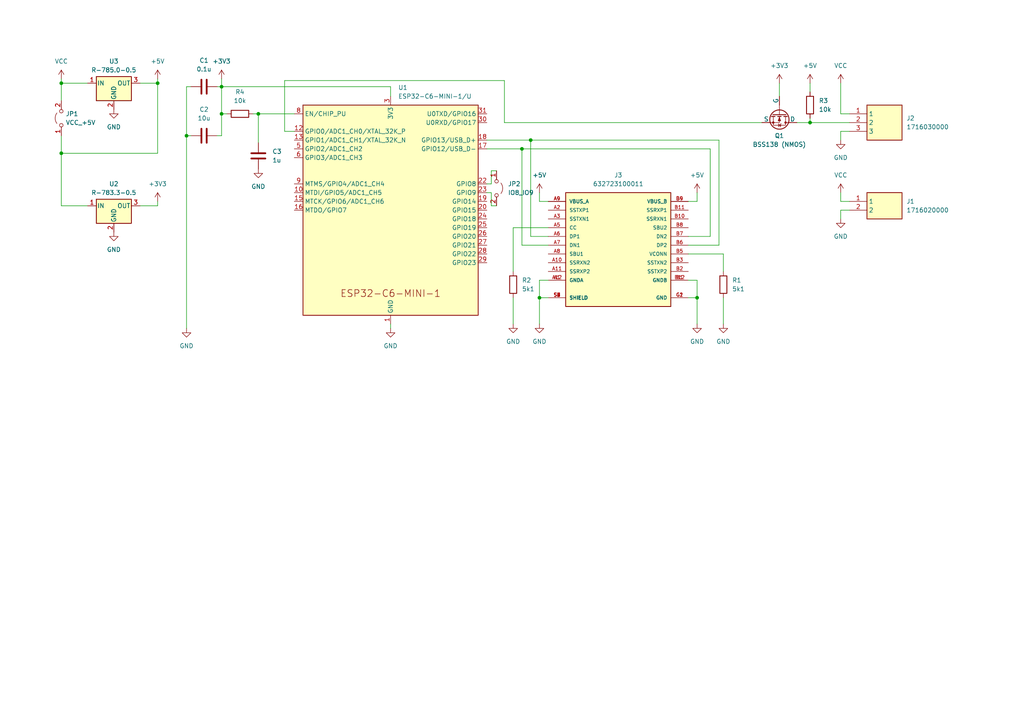
<source format=kicad_sch>
(kicad_sch (version 20230121) (generator eeschema)
  (paper "A4")
  (lib_symbols
    (symbol "632723100011:632723100011" (pin_names (offset 1.016))
      (property "Reference" "J" (at -15.24 16.51 0))
      (property "Value" "632723100011" (at -15.24 -19.05 0))
      (symbol "632723100011_0_0"
        (rectangle (start -15.24 -17.78) (end 15.24 15.24) (stroke (width 0.254)) (fill (type background)))
        (pin power_in line (at -20.32 -10.16 0) (length 5.08) (name "GNDA") (number "A1"))
        (pin bidirectional line (at -20.32 -5.08 0) (length 5.08) (name "SSRXN2") (number "A10"))
        (pin bidirectional line (at -20.32 -7.62 0) (length 5.08) (name "SSRXP2") (number "A11"))
        (pin power_in line (at -20.32 -10.16 0) (length 5.08) (name "GNDA") (number "A12"))
        (pin bidirectional line (at -20.32 10.16 0) (length 5.08) (name "SSTXP1") (number "A2"))
        (pin bidirectional line (at -20.32 7.62 0) (length 5.08) (name "SSTXN1") (number "A3"))
        (pin power_in line (at -20.32 12.7 0) (length 5.08) (name "VBUS_A") (number "A4"))
        (pin bidirectional line (at -20.32 5.08 0) (length 5.08) (name "CC") (number "A5"))
        (pin bidirectional line (at -20.32 2.54 0) (length 5.08) (name "DP1") (number "A6"))
        (pin bidirectional line (at -20.32 0 0) (length 5.08) (name "DN1") (number "A7"))
        (pin bidirectional line (at -20.32 -2.54 0) (length 5.08) (name "SBU1") (number "A8"))
        (pin power_in line (at -20.32 12.7 0) (length 5.08) (name "VBUS_A") (number "A9"))
        (pin power_in line (at 20.32 -10.16 180) (length 5.08) (name "GNDB") (number "B1"))
        (pin bidirectional line (at 20.32 7.62 180) (length 5.08) (name "SSRXN1") (number "B10"))
        (pin bidirectional line (at 20.32 10.16 180) (length 5.08) (name "SSRXP1") (number "B11"))
        (pin power_in line (at 20.32 -10.16 180) (length 5.08) (name "GNDB") (number "B12"))
        (pin bidirectional line (at 20.32 -7.62 180) (length 5.08) (name "SSTXP2") (number "B2"))
        (pin bidirectional line (at 20.32 -5.08 180) (length 5.08) (name "SSTXN2") (number "B3"))
        (pin power_in line (at 20.32 12.7 180) (length 5.08) (name "VBUS_B") (number "B4"))
        (pin bidirectional line (at 20.32 -2.54 180) (length 5.08) (name "VCONN") (number "B5"))
        (pin bidirectional line (at 20.32 0 180) (length 5.08) (name "DP2") (number "B6"))
        (pin bidirectional line (at 20.32 2.54 180) (length 5.08) (name "DN2") (number "B7"))
        (pin bidirectional line (at 20.32 5.08 180) (length 5.08) (name "SBU2") (number "B8"))
        (pin power_in line (at 20.32 12.7 180) (length 5.08) (name "VBUS_B") (number "B9"))
        (pin power_in line (at 20.32 -15.24 180) (length 5.08) (name "GND") (number "G1"))
        (pin power_in line (at 20.32 -15.24 180) (length 5.08) (name "GND") (number "G2"))
        (pin passive line (at -20.32 -15.24 0) (length 5.08) (name "SHIELD") (number "S1"))
        (pin passive line (at -20.32 -15.24 0) (length 5.08) (name "SHIELD") (number "S2"))
        (pin passive line (at -20.32 -15.24 0) (length 5.08) (name "SHIELD") (number "S3"))
        (pin passive line (at -20.32 -15.24 0) (length 5.08) (name "SHIELD") (number "S4"))
        (pin passive line (at -20.32 -15.24 0) (length 5.08) (name "SHIELD") (number "S5"))
        (pin passive line (at -20.32 -15.24 0) (length 5.08) (name "SHIELD") (number "S6"))
      )
    )
    (symbol "Device:C" (pin_numbers hide) (pin_names (offset 0.254))
      (property "Reference" "C" (at 0.635 2.54 0))
      (property "Value" "C" (at 0.635 -2.54 0))
      (symbol "C_0_1"
        (polyline (pts (xy -2.032 -0.762) (xy 2.032 -0.762)) (stroke (width 0.508)))
        (polyline (pts (xy -2.032 0.762) (xy 2.032 0.762)) (stroke (width 0.508)))
      )
      (symbol "C_1_1"
        (pin passive line (at 0 3.81 270) (length 2.794) (name "~") (number "1"))
        (pin passive line (at 0 -3.81 90) (length 2.794) (name "~") (number "2"))
      )
    )
    (symbol "Device:R" (pin_numbers hide) (pin_names (offset 0))
      (property "Reference" "R" (at 2.032 0 90))
      (property "Value" "R" (at 0 0 90))
      (symbol "R_0_1"
        (rectangle (start -1.016 -2.54) (end 1.016 2.54) (stroke (width 0.254)))
      )
      (symbol "R_1_1"
        (pin passive line (at 0 3.81 270) (length 1.27) (name "~") (number "1"))
        (pin passive line (at 0 -3.81 90) (length 1.27) (name "~") (number "2"))
      )
    )
    (symbol "Jumper:Jumper_2_Open" (pin_names (offset 0) hide)
      (property "Reference" "JP" (at 0 2.794 0))
      (property "Value" "Jumper_2_Open" (at 0 -2.286 0))
      (symbol "Jumper_2_Open_0_0"
        (circle (center -2.032 0) (radius 0.508))
        (circle (center 2.032 0) (radius 0.508))
      )
      (symbol "Jumper_2_Open_0_1"
        (arc (start 1.524 1.27) (mid 0 1.778) (end -1.524 1.27))
      )
      (symbol "Jumper_2_Open_1_1"
        (pin passive line (at -5.08 0 0) (length 2.54) (name "A") (number "1"))
        (pin passive line (at 5.08 0 180) (length 2.54) (name "B") (number "2"))
      )
    )
    (symbol "PCM_Espressif:ESP32-C6-MINI-1/U"
      (property "Reference" "U" (at -25.4 35.56 0))
      (property "Value" "ESP32-C6-MINI-1/U" (at -25.4 33.02 0))
      (symbol "ESP32-C6-MINI-1/U_0_0"
        (text "ESP32-C6-MINI-1" (at 0 -24.13 0) (effects (font (size 2 2))))
      )
      (symbol "ESP32-C6-MINI-1/U_0_1"
        (rectangle (start -25.4 30.48) (end 25.4 -30.48) (stroke (width 0.254)) (fill (type background)))
      )
      (symbol "ESP32-C6-MINI-1/U_1_1"
        (pin power_in line (at 0 -33.02 90) (length 2.54) (name "GND") (number "1"))
        (pin bidirectional line (at -27.94 5.08 0) (length 2.54) (name "MTDI/GPIO5/ADC1_CH5") (number "10"))
        (pin passive line (at 0 -33.02 90) (length 2.54) hide (name "GND") (number "11"))
        (pin bidirectional line (at -27.94 22.86 0) (length 2.54) (name "GPIO0/ADC1_CH0/XTAL_32K_P") (number "12"))
        (pin bidirectional line (at -27.94 20.32 0) (length 2.54) (name "GPIO1/ADC1_CH1/XTAL_32K_N") (number "13"))
        (pin passive line (at 0 -33.02 90) (length 2.54) hide (name "GND") (number "14"))
        (pin bidirectional line (at -27.94 2.54 0) (length 2.54) (name "MTCK/GPIO6/ADC1_CH6") (number "15"))
        (pin bidirectional line (at -27.94 0 0) (length 2.54) (name "MTDO/GPIO7") (number "16"))
        (pin bidirectional line (at 27.94 17.78 180) (length 2.54) (name "GPIO12/USB_D-") (number "17"))
        (pin bidirectional line (at 27.94 20.32 180) (length 2.54) (name "GPIO13/USB_D+") (number "18"))
        (pin bidirectional line (at 27.94 2.54 180) (length 2.54) (name "GPIO14") (number "19"))
        (pin passive line (at 0 -33.02 90) (length 2.54) hide (name "GND") (number "2"))
        (pin bidirectional line (at 27.94 0 180) (length 2.54) (name "GPIO15") (number "20"))
        (pin no_connect line (at -25.4 -10.16 0) (length 2.54) hide (name "NC") (number "21"))
        (pin bidirectional line (at 27.94 7.62 180) (length 2.54) (name "GPIO8") (number "22"))
        (pin bidirectional line (at 27.94 5.08 180) (length 2.54) (name "GPIO9") (number "23"))
        (pin bidirectional line (at 27.94 -2.54 180) (length 2.54) (name "GPIO18") (number "24"))
        (pin bidirectional line (at 27.94 -5.08 180) (length 2.54) (name "GPIO19") (number "25"))
        (pin bidirectional line (at 27.94 -7.62 180) (length 2.54) (name "GPIO20") (number "26"))
        (pin bidirectional line (at 27.94 -10.16 180) (length 2.54) (name "GPIO21") (number "27"))
        (pin bidirectional line (at 27.94 -12.7 180) (length 2.54) (name "GPIO22") (number "28"))
        (pin bidirectional line (at 27.94 -15.24 180) (length 2.54) (name "GPIO23") (number "29"))
        (pin power_in line (at 0 33.02 270) (length 2.54) (name "3V3") (number "3"))
        (pin bidirectional line (at 27.94 25.4 180) (length 2.54) (name "U0RXD/GPIO17") (number "30"))
        (pin bidirectional line (at 27.94 27.94 180) (length 2.54) (name "U0TXD/GPIO16") (number "31"))
        (pin no_connect line (at -25.4 -12.7 0) (length 2.54) hide (name "NC") (number "32"))
        (pin no_connect line (at -25.4 -15.24 0) (length 2.54) hide (name "NC") (number "33"))
        (pin no_connect line (at -25.4 -17.78 0) (length 2.54) hide (name "NC") (number "34"))
        (pin no_connect line (at -25.4 -20.32 0) (length 2.54) hide (name "NC") (number "35"))
        (pin passive line (at 0 -33.02 90) (length 2.54) hide (name "GND") (number "36"))
        (pin passive line (at 0 -33.02 90) (length 2.54) hide (name "GND") (number "37"))
        (pin passive line (at 0 -33.02 90) (length 2.54) hide (name "GND") (number "38"))
        (pin passive line (at 0 -33.02 90) (length 2.54) hide (name "GND") (number "39"))
        (pin no_connect line (at -25.4 -5.08 0) (length 2.54) hide (name "NC") (number "4"))
        (pin passive line (at 0 -33.02 90) (length 2.54) hide (name "GND") (number "40"))
        (pin passive line (at 0 -33.02 90) (length 2.54) hide (name "GND") (number "41"))
        (pin passive line (at 0 -33.02 90) (length 2.54) hide (name "GND") (number "42"))
        (pin passive line (at 0 -33.02 90) (length 2.54) hide (name "GND") (number "43"))
        (pin passive line (at 0 -33.02 90) (length 2.54) hide (name "GND") (number "44"))
        (pin passive line (at 0 -33.02 90) (length 2.54) hide (name "GND") (number "45"))
        (pin passive line (at 0 -33.02 90) (length 2.54) hide (name "GND") (number "46"))
        (pin passive line (at 0 -33.02 90) (length 2.54) hide (name "GND") (number "47"))
        (pin passive line (at 0 -33.02 90) (length 2.54) hide (name "GND") (number "48"))
        (pin passive line (at 0 -33.02 90) (length 2.54) hide (name "GND") (number "49"))
        (pin bidirectional line (at -27.94 17.78 0) (length 2.54) (name "GPIO2/ADC1_CH2") (number "5"))
        (pin passive line (at 0 -33.02 90) (length 2.54) hide (name "GND") (number "50"))
        (pin passive line (at 0 -33.02 90) (length 2.54) hide (name "GND") (number "51"))
        (pin passive line (at 0 -33.02 90) (length 2.54) hide (name "GND") (number "52"))
        (pin passive line (at 0 -33.02 90) (length 2.54) hide (name "GND") (number "53"))
        (pin bidirectional line (at -27.94 15.24 0) (length 2.54) (name "GPIO3/ADC1_CH3") (number "6"))
        (pin no_connect line (at -25.4 -7.62 0) (length 2.54) hide (name "NC") (number "7"))
        (pin input line (at -27.94 27.94 0) (length 2.54) (name "EN/CHIP_PU") (number "8"))
        (pin bidirectional line (at -27.94 7.62 0) (length 2.54) (name "MTMS/GPIO4/ADC1_CH4") (number "9"))
      )
    )
    (symbol "Regulator_Switching:R-783.3-0.5" (pin_names (offset 0.254))
      (property "Reference" "U" (at -3.81 3.175 0))
      (property "Value" "R-783.3-0.5" (at 0 3.175 0))
      (symbol "R-783.3-0.5_0_1"
        (rectangle (start -5.08 1.905) (end 5.08 -5.08) (stroke (width 0.254)) (fill (type background)))
      )
      (symbol "R-783.3-0.5_1_1"
        (pin power_in line (at -7.62 0 0) (length 2.54) (name "IN") (number "1"))
        (pin power_in line (at 0 -7.62 90) (length 2.54) (name "GND") (number "2"))
        (pin power_out line (at 7.62 0 180) (length 2.54) (name "OUT") (number "3"))
      )
    )
    (symbol "Regulator_Switching:R-785.0-0.5" (pin_names (offset 0.254))
      (property "Reference" "U" (at -3.81 3.175 0))
      (property "Value" "R-785.0-0.5" (at 0 3.175 0))
      (symbol "R-785.0-0.5_0_1"
        (rectangle (start -5.08 1.905) (end 5.08 -5.08) (stroke (width 0.254)) (fill (type background)))
      )
      (symbol "R-785.0-0.5_1_1"
        (pin power_in line (at -7.62 0 0) (length 2.54) (name "IN") (number "1"))
        (pin power_in line (at 0 -7.62 90) (length 2.54) (name "GND") (number "2"))
        (pin power_out line (at 7.62 0 180) (length 2.54) (name "OUT") (number "3"))
      )
    )
    (symbol "SamacSys_Parts:1716020000"
      (property "Reference" "J" (at 16.51 7.62 0))
      (property "Value" "1716020000" (at 16.51 5.08 0))
      (symbol "1716020000_1_1"
        (rectangle (start 5.08 2.54) (end 15.24 -5.08) (stroke (width 0.254)) (fill (type background)))
        (pin passive line (at 0 0 0) (length 5.08) (name "1") (number "1"))
        (pin passive line (at 0 -2.54 0) (length 5.08) (name "2") (number "2"))
      )
    )
    (symbol "SamacSys_Parts:1716030000"
      (property "Reference" "J" (at 16.51 7.62 0))
      (property "Value" "1716030000" (at 16.51 5.08 0))
      (symbol "1716030000_1_1"
        (rectangle (start 5.08 2.54) (end 15.24 -7.62) (stroke (width 0.254)) (fill (type background)))
        (pin passive line (at 0 0 0) (length 5.08) (name "1") (number "1"))
        (pin passive line (at 0 -2.54 0) (length 5.08) (name "2") (number "2"))
        (pin passive line (at 0 -5.08 0) (length 5.08) (name "3") (number "3"))
      )
    )
    (symbol "Simulation_SPICE:NMOS" (pin_numbers hide) (pin_names (offset 0))
      (property "Reference" "Q" (at 5.08 1.27 0))
      (property "Value" "NMOS" (at 5.08 -1.27 0))
      (symbol "NMOS_0_1"
        (polyline (pts (xy 0.254 0) (xy -2.54 0)))
        (polyline (pts (xy 0.254 1.905) (xy 0.254 -1.905)) (stroke (width 0.254)))
        (polyline (pts (xy 0.762 -1.27) (xy 0.762 -2.286)) (stroke (width 0.254)))
        (polyline (pts (xy 0.762 0.508) (xy 0.762 -0.508)) (stroke (width 0.254)))
        (polyline (pts (xy 0.762 2.286) (xy 0.762 1.27)) (stroke (width 0.254)))
        (polyline (pts (xy 2.54 2.54) (xy 2.54 1.778)))
        (polyline (pts (xy 2.54 -2.54) (xy 2.54 0) (xy 0.762 0)))
        (polyline (pts (xy 0.762 -1.778) (xy 3.302 -1.778) (xy 3.302 1.778) (xy 0.762 1.778)))
        (polyline (pts (xy 1.016 0) (xy 2.032 0.381) (xy 2.032 -0.381) (xy 1.016 0)) (fill (type outline)))
        (polyline (pts (xy 2.794 0.508) (xy 2.921 0.381) (xy 3.683 0.381) (xy 3.81 0.254)))
        (polyline (pts (xy 3.302 0.381) (xy 2.921 -0.254) (xy 3.683 -0.254) (xy 3.302 0.381)))
        (circle (center 1.651 0) (radius 2.794) (stroke (width 0.254)))
        (circle (center 2.54 -1.778) (radius 0.254) (fill (type outline)))
        (circle (center 2.54 1.778) (radius 0.254) (fill (type outline)))
      )
      (symbol "NMOS_1_1"
        (pin passive line (at 2.54 5.08 270) (length 2.54) (name "D") (number "1"))
        (pin input line (at -5.08 0 0) (length 2.54) (name "G") (number "2"))
        (pin passive line (at 2.54 -5.08 90) (length 2.54) (name "S") (number "3"))
      )
    )
    (symbol "power:+3V3" (power) (pin_names (offset 0))
      (property "Value" "+3V3" (at 0 3.556 0))
      (symbol "+3V3_0_1"
        (polyline (pts (xy -0.762 1.27) (xy 0 2.54)))
        (polyline (pts (xy 0 0) (xy 0 2.54)))
        (polyline (pts (xy 0 2.54) (xy 0.762 1.27)))
      )
      (symbol "+3V3_1_1"
        (pin power_in line (at 0 0 90) (length 0) hide (name "+3V3") (number "1"))
      )
    )
    (symbol "power:+5V" (power) (pin_names (offset 0))
      (property "Value" "+5V" (at 0 3.556 0))
      (symbol "+5V_0_1"
        (polyline (pts (xy -0.762 1.27) (xy 0 2.54)))
        (polyline (pts (xy 0 0) (xy 0 2.54)))
        (polyline (pts (xy 0 2.54) (xy 0.762 1.27)))
      )
      (symbol "+5V_1_1"
        (pin power_in line (at 0 0 90) (length 0) hide (name "+5V") (number "1"))
      )
    )
    (symbol "power:GND" (power) (pin_names (offset 0))
      (property "Value" "GND" (at 0 -3.81 0))
      (symbol "GND_0_1"
        (polyline (pts (xy 0 0) (xy 0 -1.27) (xy 1.27 -1.27) (xy 0 -2.54) (xy -1.27 -1.27) (xy 0 -1.27)))
      )
      (symbol "GND_1_1"
        (pin power_in line (at 0 0 270) (length 0) hide (name "GND") (number "1"))
      )
    )
    (symbol "power:VCC" (power) (pin_names (offset 0))
      (property "Value" "VCC" (at 0 3.81 0))
      (symbol "VCC_0_1"
        (polyline (pts (xy -0.762 1.27) (xy 0 2.54)))
        (polyline (pts (xy 0 0) (xy 0 2.54)))
        (polyline (pts (xy 0 2.54) (xy 0.762 1.27)))
      )
      (symbol "VCC_1_1"
        (pin power_in line (at 0 0 90) (length 0) hide (name "VCC") (number "1"))
      )
    )
  )
  (junction (at 45.72 24.13))
  (junction (at 202.184 86.36))
  (junction (at 64.262 33.02))
  (junction (at 74.93 33.02))
  (junction (at 17.78 24.13))
  (junction (at 153.924 40.64))
  (junction (at 151.384 43.18))
  (junction (at 17.78 44.45))
  (junction (at 54.102 39.37))
  (junction (at 234.95 35.56))
  (junction (at 64.262 25.146))
  (junction (at 156.464 86.36))
  (wire (pts (xy 202.184 55.88) (xy 202.184 58.42)))
  (wire (pts (xy 159.004 86.36) (xy 156.464 86.36)))
  (wire (pts (xy 146.304 23.368) (xy 146.304 35.56)))
  (wire (pts (xy 64.262 22.86) (xy 64.262 25.146)))
  (wire (pts (xy 148.844 86.36) (xy 148.844 93.98)))
  (wire (pts (xy 64.262 33.02) (xy 64.262 39.37)))
  (wire (pts (xy 25.4 59.69) (xy 17.78 59.69)))
  (wire (pts (xy 45.72 44.45) (xy 17.78 44.45)))
  (wire (pts (xy 199.644 81.28) (xy 202.184 81.28)))
  (wire (pts (xy 246.38 58.42) (xy 243.84 58.42)))
  (wire (pts (xy 82.55 38.1) (xy 82.55 23.368)))
  (wire (pts (xy 85.344 38.1) (xy 82.55 38.1)))
  (wire (pts (xy 40.64 59.69) (xy 45.72 59.69)))
  (wire (pts (xy 234.95 35.56) (xy 246.38 35.56)))
  (wire (pts (xy 141.224 40.64) (xy 153.924 40.64)))
  (wire (pts (xy 74.93 33.02) (xy 85.344 33.02)))
  (wire (pts (xy 243.84 60.96) (xy 243.84 63.5)))
  (wire (pts (xy 64.262 33.02) (xy 65.786 33.02)))
  (wire (pts (xy 156.464 86.36) (xy 156.464 93.98)))
  (wire (pts (xy 55.372 25.146) (xy 54.102 25.146)))
  (wire (pts (xy 243.84 24.13) (xy 243.84 33.02)))
  (wire (pts (xy 45.72 58.42) (xy 45.72 59.69)))
  (wire (pts (xy 202.184 81.28) (xy 202.184 86.36)))
  (wire (pts (xy 141.224 55.88) (xy 142.494 55.88)))
  (wire (pts (xy 156.464 81.28) (xy 156.464 86.36)))
  (wire (pts (xy 151.384 43.18) (xy 205.994 43.18)))
  (wire (pts (xy 62.992 25.146) (xy 64.262 25.146)))
  (wire (pts (xy 226.06 24.13) (xy 226.06 27.94)))
  (wire (pts (xy 141.224 53.34) (xy 142.494 53.34)))
  (wire (pts (xy 62.992 39.37) (xy 64.262 39.37)))
  (wire (pts (xy 209.804 73.66) (xy 199.644 73.66)))
  (wire (pts (xy 142.494 59.69) (xy 144.018 59.69)))
  (wire (pts (xy 202.184 86.36) (xy 202.184 93.98)))
  (wire (pts (xy 141.224 43.18) (xy 151.384 43.18)))
  (wire (pts (xy 151.384 43.18) (xy 151.384 71.12)))
  (wire (pts (xy 234.95 34.29) (xy 234.95 35.56)))
  (wire (pts (xy 54.102 25.146) (xy 54.102 39.37)))
  (wire (pts (xy 209.804 86.36) (xy 209.804 93.98)))
  (wire (pts (xy 74.93 33.02) (xy 74.93 41.402)))
  (wire (pts (xy 73.406 33.02) (xy 74.93 33.02)))
  (wire (pts (xy 54.102 39.37) (xy 54.102 95.25)))
  (wire (pts (xy 208.534 71.12) (xy 208.534 40.64)))
  (wire (pts (xy 17.78 24.13) (xy 17.78 29.21)))
  (wire (pts (xy 199.644 58.42) (xy 202.184 58.42)))
  (wire (pts (xy 153.924 40.64) (xy 153.924 68.58)))
  (wire (pts (xy 17.78 22.86) (xy 17.78 24.13)))
  (wire (pts (xy 142.494 49.53) (xy 144.018 49.53)))
  (wire (pts (xy 205.994 43.18) (xy 205.994 68.58)))
  (wire (pts (xy 209.804 78.74) (xy 209.804 73.66)))
  (wire (pts (xy 142.494 53.34) (xy 142.494 49.53)))
  (wire (pts (xy 156.464 55.88) (xy 156.464 58.42)))
  (wire (pts (xy 159.004 68.58) (xy 153.924 68.58)))
  (wire (pts (xy 148.844 66.04) (xy 148.844 78.74)))
  (wire (pts (xy 156.464 58.42) (xy 159.004 58.42)))
  (wire (pts (xy 246.38 38.1) (xy 243.84 38.1)))
  (wire (pts (xy 199.644 68.58) (xy 205.994 68.58)))
  (wire (pts (xy 113.284 93.98) (xy 113.284 95.25)))
  (wire (pts (xy 243.84 38.1) (xy 243.84 40.64)))
  (wire (pts (xy 113.284 25.146) (xy 113.284 27.94)))
  (wire (pts (xy 159.004 71.12) (xy 151.384 71.12)))
  (wire (pts (xy 45.72 24.13) (xy 40.64 24.13)))
  (wire (pts (xy 159.004 81.28) (xy 156.464 81.28)))
  (wire (pts (xy 246.38 60.96) (xy 243.84 60.96)))
  (wire (pts (xy 243.84 55.88) (xy 243.84 58.42)))
  (wire (pts (xy 234.95 24.13) (xy 234.95 26.67)))
  (wire (pts (xy 17.78 39.37) (xy 17.78 44.45)))
  (wire (pts (xy 199.644 86.36) (xy 202.184 86.36)))
  (wire (pts (xy 153.924 40.64) (xy 208.534 40.64)))
  (wire (pts (xy 159.004 66.04) (xy 148.844 66.04)))
  (wire (pts (xy 146.304 35.56) (xy 220.98 35.56)))
  (wire (pts (xy 64.262 25.146) (xy 64.262 33.02)))
  (wire (pts (xy 231.14 35.56) (xy 234.95 35.56)))
  (wire (pts (xy 54.102 39.37) (xy 55.372 39.37)))
  (wire (pts (xy 25.4 24.13) (xy 17.78 24.13)))
  (wire (pts (xy 64.262 25.146) (xy 113.284 25.146)))
  (wire (pts (xy 82.55 23.368) (xy 146.304 23.368)))
  (wire (pts (xy 45.72 24.13) (xy 45.72 44.45)))
  (wire (pts (xy 246.38 33.02) (xy 243.84 33.02)))
  (wire (pts (xy 199.644 71.12) (xy 208.534 71.12)))
  (wire (pts (xy 17.78 44.45) (xy 17.78 59.69)))
  (wire (pts (xy 45.72 22.86) (xy 45.72 24.13)))
  (wire (pts (xy 142.494 55.88) (xy 142.494 59.69)))
  (symbol (lib_id "power:GND") (at 209.804 93.98 0) (unit 1)
    (property "Reference" "#PWR013" (effects hide))
    (property "Value" "GND" (at 209.804 99.06 0))
  )
  (symbol (lib_id "power:+5V") (at 156.464 55.88 0) (unit 1)
    (property "Reference" "#PWR010" (effects hide))
    (property "Value" "+5V" (at 156.464 50.8 0))
  )
  (symbol (lib_id "Device:R") (at 148.844 82.55 0) (unit 1)
    (property "Reference" "R2" (at 151.384 81.28 0) (effects (justify left)))
    (property "Value" "5k1" (at 151.384 83.82 0) (effects (justify left)))
    (property "Footprint" "Resistor_SMD:R_0603_1608Metric" (effects hide))
  )
  (symbol (lib_id "power:+3V3") (at 64.262 22.86 0) (unit 1)
    (property "Reference" "#PWR07" (effects hide))
    (property "Value" "+3V3" (at 64.262 17.78 0))
  )
  (symbol (lib_id "Device:C") (at 59.182 25.146 90) (unit 1)
    (property "Reference" "C1" (at 59.182 17.526 90))
    (property "Value" "0.1u" (at 59.182 20.066 90))
    (property "Footprint" "Capacitor_SMD:C_0603_1608Metric" (effects hide))
  )
  (symbol (lib_id "PCM_Espressif:ESP32-C6-MINI-1/U") (at 113.284 60.96 0) (unit 1)
    (property "Reference" "U1" (at 115.4781 25.4 0) (effects (justify left)))
    (property "Value" "ESP32-C6-MINI-1/U" (at 115.4781 27.94 0) (effects (justify left)))
    (property "Footprint" "PCM_Espressif:ESP32-C6-MINI-1" (effects hide))
    (property "Datasheet" "https://www.espressif.com/sites/default/files/documentation/esp32-c6-mini-1_datasheet_en.pdf" (effects hide))
  )
  (symbol (lib_id "Jumper:Jumper_2_Open") (at 144.018 54.61 270) (unit 1)
    (property "Reference" "JP2" (at 147.32 53.34 90) (effects (justify left)))
    (property "Value" "IO8_IO9" (at 147.32 55.88 90) (effects (justify left)))
    (property "Footprint" "Jumper:SolderJumper-2_P1.3mm_Open_Pad1.0x1.5mm" (effects hide))
  )
  (symbol (lib_id "Simulation_SPICE:NMOS") (at 226.06 33.02 270) (unit 1)
    (property "Reference" "Q1" (at 226.06 39.37 90))
    (property "Value" "BSS138 (NMOS)" (at 226.06 41.91 90))
    (property "Footprint" "Package_TO_SOT_SMD:SOT-23-3" (effects hide))
    (property "Datasheet" "https://ngspice.sourceforge.io/docs/ngspice-manual.pdf" (effects hide))
    (property "Sim.Device" "NMOS" (effects hide))
    (property "Sim.Type" "VDMOS" (effects hide))
    (property "Sim.Pins" "1=D 2=G 3=S" (effects hide))
  )
  (symbol (lib_id "power:+5V") (at 45.72 22.86 0) (unit 1)
    (property "Reference" "#PWR03" (effects hide))
    (property "Value" "+5V" (at 45.72 17.78 0))
  )
  (symbol (lib_id "SamacSys_Parts:1716020000") (at 246.38 58.42 0) (unit 1)
    (property "Reference" "J1" (at 262.89 58.42 0) (effects (justify left)))
    (property "Value" "1716020000" (at 262.89 60.96 0) (effects (justify left)))
    (property "Footprint" "1716020000" (effects hide))
    (property "Datasheet" "http://catalog.weidmueller.com/createDatasheetForMobile.do?ordernumber=1716020000&scope1=1&scope2=1&localeId=en" (effects hide))
    (property "Mouser Part Number" "470-1716020000" (effects hide))
    (property "Mouser Price/Stock" "https://www.mouser.co.uk/ProductDetail/Weidmuller/1716020000?qs=WJDKaGZ8K%252B7GSEFQgvMjVA%3D%3D" (effects hide))
    (property "Manufacturer_Name" "Weidmuller" (effects hide))
    (property "Manufacturer_Part_Number" "1716020000" (effects hide))
  )
  (symbol (lib_id "Device:R") (at 209.804 82.55 0) (unit 1)
    (property "Reference" "R1" (at 212.344 81.28 0) (effects (justify left)))
    (property "Value" "5k1" (at 212.344 83.82 0) (effects (justify left)))
    (property "Footprint" "Resistor_SMD:R_0603_1608Metric" (effects hide))
  )
  (symbol (lib_id "power:+3V3") (at 45.72 58.42 0) (unit 1)
    (property "Reference" "#PWR04" (effects hide))
    (property "Value" "+3V3" (at 45.72 53.34 0))
  )
  (symbol (lib_id "power:+5V") (at 234.95 24.13 0) (unit 1)
    (property "Reference" "#PWR016" (effects hide))
    (property "Value" "+5V" (at 234.95 19.05 0))
  )
  (symbol (lib_id "SamacSys_Parts:1716030000") (at 246.38 33.02 0) (unit 1)
    (property "Reference" "J2" (at 262.89 34.29 0) (effects (justify left)))
    (property "Value" "1716030000" (at 262.89 36.83 0) (effects (justify left)))
    (property "Footprint" "1716030000" (effects hide))
    (property "Datasheet" "http://catalog.weidmueller.com/createDatasheetForMobile.do?ordernumber=1716030000&scope1=1&scope2=1&localeId=en" (effects hide))
    (property "Height" "13.8" (effects hide))
    (property "Mouser Part Number" "470-1716030000" (effects hide))
    (property "Mouser Price/Stock" "https://www.mouser.co.uk/ProductDetail/Weidmuller/1716030000?qs=WJDKaGZ8K%252B5TjNFJJbvOug%3D%3D" (effects hide))
    (property "Manufacturer_Name" "Weidmuller" (effects hide))
    (property "Manufacturer_Part_Number" "1716030000" (effects hide))
  )
  (symbol (lib_id "power:GND") (at 33.02 31.75 0) (unit 1)
    (property "Reference" "#PWR06" (effects hide))
    (property "Value" "GND" (at 33.02 36.83 0))
  )
  (symbol (lib_id "Device:R") (at 234.95 30.48 0) (unit 1)
    (property "Reference" "R3" (at 237.49 29.21 0) (effects (justify left)))
    (property "Value" "10k" (at 237.49 31.75 0) (effects (justify left)))
    (property "Footprint" "Resistor_SMD:R_0603_1608Metric" (effects hide))
  )
  (symbol (lib_id "632723100011:632723100011") (at 179.324 71.12 0) (unit 1)
    (property "Reference" "J3" (at 179.324 50.8 0))
    (property "Value" "632723100011" (at 179.324 53.34 0))
    (property "Footprint" "632723100011:WURTH_632723100011" (effects hide))
    (property "MF" "Wurth Electronics" (effects hide))
    (property "MAXIMUM_PACKAGE_HEIGHT" "3.41 mm" (effects hide))
    (property "Package" "None" (effects hide))
    (property "Price" "None" (effects hide))
    (property "Check_prices" "https://www.snapeda.com/parts/632723100011/Wurth+Electronics+Inc./view-part/?ref=eda" (effects hide))
    (property "STANDARD" "Manufacturer Recommendations" (effects hide))
    (property "PARTREV" "001.003" (effects hide))
    (property "SnapEDA_Link" "https://www.snapeda.com/parts/632723100011/Wurth+Electronics+Inc./view-part/?ref=snap" (effects hide))
    (property "MP" "632723100011" (effects hide))
    (property "Description" "\nUSB-C (USB TYPE-C) USB 3.2 Gen 2 (USB 3.1 Gen 2, Superspeed + (USB 3.1)) Receptacle Connector 24 Position Surface Mount, Right Angle; Through Hole\n" (effects hide))
    (property "Availability" "In Stock" (effects hide))
    (property "MANUFACTURER" "Wurth Electronics" (effects hide))
  )
  (symbol (lib_id "power:VCC") (at 243.84 24.13 0) (unit 1)
    (property "Reference" "#PWR017" (effects hide))
    (property "Value" "VCC" (at 243.84 19.05 0))
  )
  (symbol (lib_id "power:GND") (at 74.93 49.022 0) (unit 1)
    (property "Reference" "#PWR021" (effects hide))
    (property "Value" "GND" (at 74.93 54.102 0))
  )
  (symbol (lib_id "power:GND") (at 156.464 93.98 0) (unit 1)
    (property "Reference" "#PWR09" (effects hide))
    (property "Value" "GND" (at 156.464 99.06 0))
  )
  (symbol (lib_id "power:GND") (at 113.284 95.25 0) (unit 1)
    (property "Reference" "#PWR014" (effects hide))
    (property "Value" "GND" (at 113.284 100.33 0))
  )
  (symbol (lib_id "Regulator_Switching:R-785.0-0.5") (at 33.02 24.13 0) (unit 1)
    (property "Reference" "U3" (at 33.02 17.78 0))
    (property "Value" "R-785.0-0.5" (at 33.02 20.32 0))
    (property "Footprint" "Converter_DCDC:Converter_DCDC_RECOM_R-78E-0.5_THT" (effects hide))
    (property "Datasheet" "https://www.recom-power.com/pdf/Innoline/R-78xx-0.5.pdf" (effects hide))
  )
  (symbol (lib_id "Device:C") (at 74.93 45.212 0) (unit 1)
    (property "Reference" "C3" (at 78.994 43.942 0) (effects (justify left)))
    (property "Value" "1u" (at 78.994 46.482 0) (effects (justify left)))
    (property "Footprint" "Capacitor_SMD:C_0603_1608Metric" (effects hide))
  )
  (symbol (lib_id "power:VCC") (at 243.84 55.88 0) (unit 1)
    (property "Reference" "#PWR019" (effects hide))
    (property "Value" "VCC" (at 243.84 50.8 0))
  )
  (symbol (lib_id "power:+5V") (at 202.184 55.88 0) (unit 1)
    (property "Reference" "#PWR011" (effects hide))
    (property "Value" "+5V" (at 202.184 50.8 0))
  )
  (symbol (lib_id "power:GND") (at 243.84 63.5 0) (unit 1)
    (property "Reference" "#PWR020" (effects hide))
    (property "Value" "GND" (at 243.84 68.58 0))
  )
  (symbol (lib_id "power:+3V3") (at 226.06 24.13 0) (unit 1)
    (property "Reference" "#PWR02" (effects hide))
    (property "Value" "+3V3" (at 226.06 19.05 0))
  )
  (symbol (lib_id "Device:R") (at 69.596 33.02 270) (unit 1)
    (property "Reference" "R4" (at 69.596 26.67 90))
    (property "Value" "10k" (at 69.596 29.21 90))
    (property "Footprint" "Resistor_SMD:R_0603_1608Metric" (effects hide))
  )
  (symbol (lib_id "Device:C") (at 59.182 39.37 90) (unit 1)
    (property "Reference" "C2" (at 59.182 31.75 90))
    (property "Value" "10u" (at 59.182 34.29 90))
    (property "Footprint" "Capacitor_SMD:C_0603_1608Metric" (effects hide))
  )
  (symbol (lib_id "power:VCC") (at 17.78 22.86 0) (unit 1)
    (property "Reference" "#PWR01" (effects hide))
    (property "Value" "VCC" (at 17.78 17.78 0))
  )
  (symbol (lib_id "power:GND") (at 202.184 93.98 0) (unit 1)
    (property "Reference" "#PWR08" (effects hide))
    (property "Value" "GND" (at 202.184 99.06 0))
  )
  (symbol (lib_id "Regulator_Switching:R-783.3-0.5") (at 33.02 59.69 0) (unit 1)
    (property "Reference" "U2" (at 33.02 53.34 0))
    (property "Value" "R-783.3-0.5" (at 33.02 55.88 0))
    (property "Footprint" "Converter_DCDC:Converter_DCDC_RECOM_R-78E-0.5_THT" (effects hide))
    (property "Datasheet" "https://www.recom-power.com/pdf/Innoline/R-78xx-0.5.pdf" (effects hide))
  )
  (symbol (lib_id "power:GND") (at 33.02 67.31 0) (unit 1)
    (property "Reference" "#PWR05" (effects hide))
    (property "Value" "GND" (at 33.02 72.39 0))
  )
  (symbol (lib_id "power:GND") (at 243.84 40.64 0) (unit 1)
    (property "Reference" "#PWR018" (effects hide))
    (property "Value" "GND" (at 243.84 45.72 0))
  )
  (symbol (lib_id "Jumper:Jumper_2_Open") (at 17.78 34.29 90) (unit 1)
    (property "Reference" "JP1" (at 19.05 33.02 90) (effects (justify right)))
    (property "Value" "VCC_+5V" (at 19.05 35.56 90) (effects (justify right)))
    (property "Footprint" "Jumper:SolderJumper-2_P1.3mm_Open_Pad1.0x1.5mm" (effects hide))
  )
  (symbol (lib_id "power:GND") (at 148.844 93.98 0) (unit 1)
    (property "Reference" "#PWR012" (effects hide))
    (property "Value" "GND" (at 148.844 99.06 0))
  )
  (symbol (lib_id "power:GND") (at 54.102 95.25 0) (unit 1)
    (property "Reference" "#PWR015" (effects hide))
    (property "Value" "GND" (at 54.102 100.33 0))
  )
)
</source>
